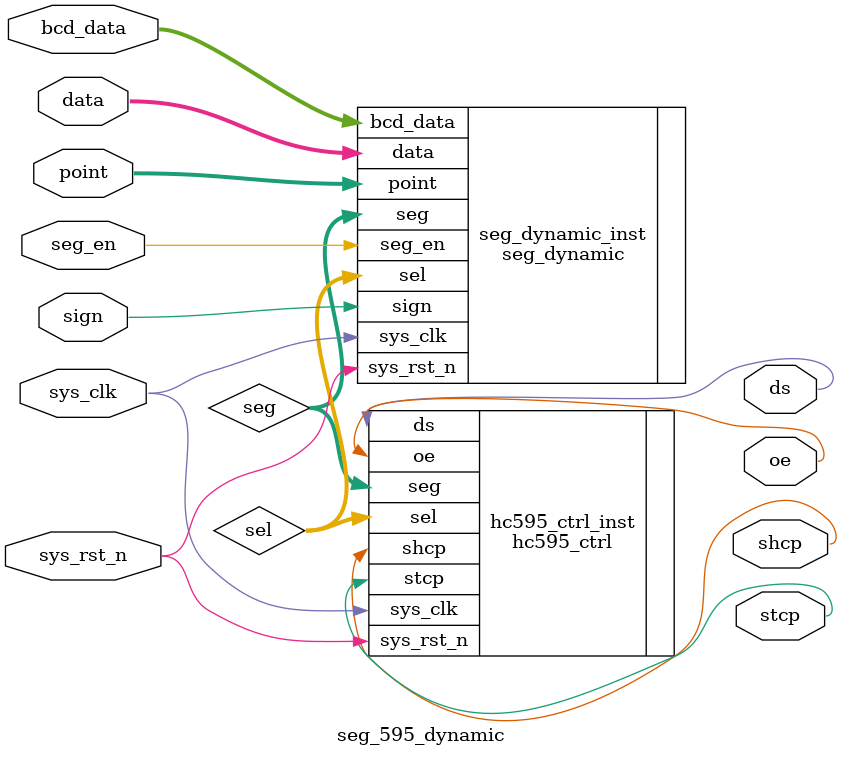
<source format=v>
`timescale  1ns/1ns

module  seg_595_dynamic
(
    input   wire            sys_clk     , 
    input   wire            sys_rst_n   , 
    input   wire    [15:0]  data        , 
    input   wire    [11:0]   bcd_data   , 
    input   wire    [5:0]   point       , 
    input   wire            seg_en      , 
    input   wire            sign        , 

    output  wire            stcp        , 
    output  wire            shcp        , 
    output  wire            ds          , 
    output  wire            oe            

);

wire    [5:0]   sel;    
wire    [7:0]   seg;    

seg_dynamic seg_dynamic_inst
(
    .sys_clk     (sys_clk  ),   
    .sys_rst_n   (sys_rst_n),   
    .data        (data     ),   
    .bcd_data    (bcd_data ),   
    .point       (point    ),   
    .seg_en      (seg_en   ),   
    .sign        (sign     ),   

    .sel         (sel      ),   
    .seg         (seg      )    

);


hc595_ctrl  hc595_ctrl_inst
(
    .sys_clk     (sys_clk  ),   
    .sys_rst_n   (sys_rst_n),  
    .sel         (sel      ),   
    .seg         (seg      ),   

    .stcp        (stcp     ),   
    .shcp        (shcp     ),   
    .ds          (ds       ),   
    .oe          (oe       )

);

endmodule
</source>
